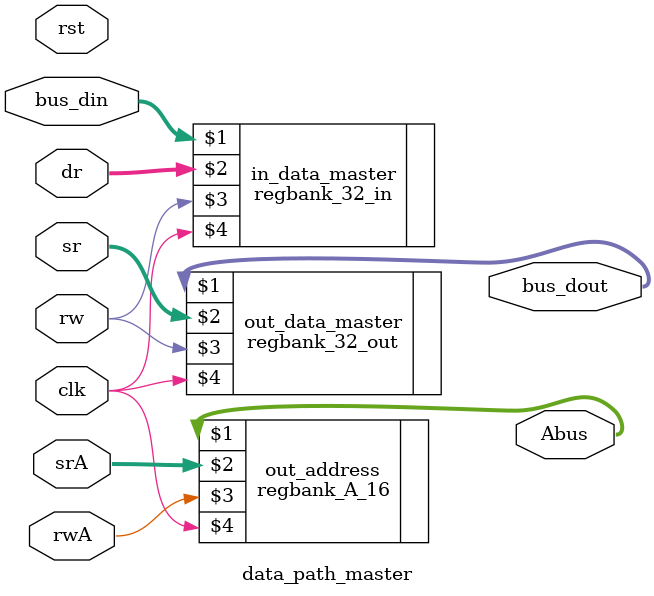
<source format=v>

module data_path_master(bus_dout,Abus,bus_din,clk,sr,dr,rw,srA,rwA,rst);



input [31:0] bus_din; // data in from slave
output [31:0] bus_dout; //data out from master
output [15:0] Abus; //address out from master

input [1:0] sr,dr,srA;
input clk,rw,rwA,rst;




regbank_32_out out_data_master(bus_dout,sr,rw,clk);
regbank_32_in in_data_master(bus_din,dr,rw,clk);
regbank_A_16 out_address(Abus,srA,rwA,clk);




endmodule
</source>
